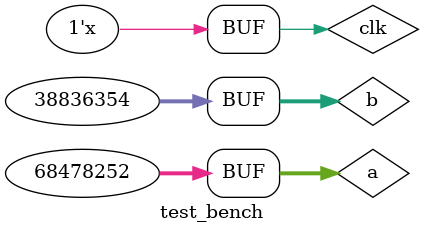
<source format=v>
`timescale 1ns / 1ps


module test_bench;

	// Inputs
	reg clk;
	reg [31:0] a;
	reg [31:0] b;

	// Outputs
	wire [31:0] fadd;

	// Instantiate the Unit Under Test (UUT)
	fpadd uut ( 
		.a(a), 
		.b(b),
		.clk(clk), 
		.out(fadd)
	);

	initial begin
		// Initialize Inputs
		clk = 0;
		a = 0;
		b = 0;

		// Wait 10 ns for global reset to finish
		#10;
        	clk = 0;//01000001101010010100011110101110==21.16
		a = 32'b11000000100100110011001100110011;//-4.6;
		b = 32'b11000000100100110011001100110011;//-4.6
		// Add stimulus here
#20;
		    	clk = 0;//11000000001100001010001111010111==-2.76
		a = 32'b11000000100100110011001100110011;//-4.6;
		b = 32'b00111111000110011001100110011010;//0.6
		// Add stimulus here
#30;

    	clk = 0;//10111111111101011100001010001111==-1.92
		a = 32'b01000000010011001100110011001101;//3.2;
		b = 32'b10111111000110011001100110011010;//-0.6
		// Add stimulus here
#40;
 	clk = 0;//01001010100101010000111101101110==4884407.0
		a = 32'b01000101000010100111000011001101;//2215.05;
		b = 32'b01000101000010011101000110011010;//2205.10
		// Add stimulus here
#50;
    clk = 0;
    a = 32'b00000100000101001110010100101100;//1750.25;
    b = 32'b00000010010100001001100010000010;//1525.19;
    // Add stimulus here
#60;
	end	
     always #5 clk=(~clk);  
endmodule

</source>
